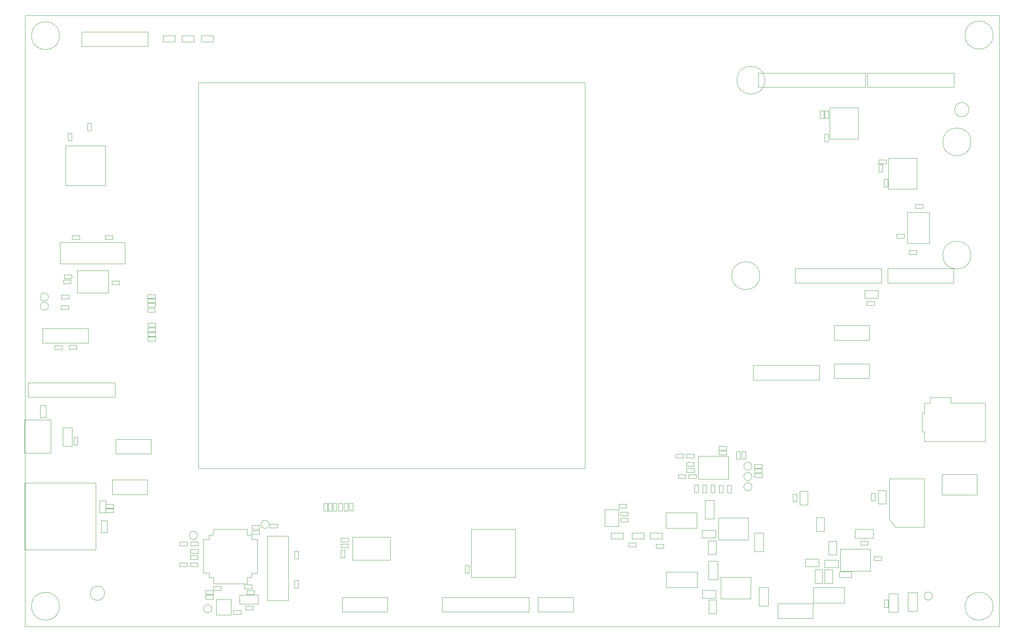
<source format=gbr>
G04 #@! TF.GenerationSoftware,KiCad,Pcbnew,5.1.6-c6e7f7d~87~ubuntu18.04.1*
G04 #@! TF.CreationDate,2020-08-14T22:16:59+05:30*
G04 #@! TF.ProjectId,Aardonyx,41617264-6f6e-4797-982e-6b696361645f,v1.0*
G04 #@! TF.SameCoordinates,Original*
G04 #@! TF.FileFunction,Other,User*
%FSLAX46Y46*%
G04 Gerber Fmt 4.6, Leading zero omitted, Abs format (unit mm)*
G04 Created by KiCad (PCBNEW 5.1.6-c6e7f7d~87~ubuntu18.04.1) date 2020-08-14 22:16:59*
%MOMM*%
%LPD*%
G01*
G04 APERTURE LIST*
G04 #@! TA.AperFunction,Profile*
%ADD10C,0.100000*%
G04 #@! TD*
%ADD11C,0.050000*%
G04 APERTURE END LIST*
D10*
X43561000Y-162560000D02*
X43561000Y-11684000D01*
X283824680Y-162562540D02*
X43561000Y-162557460D01*
X283824680Y-11684000D02*
X283824680Y-162560000D01*
X43561000Y-11684000D02*
X283824680Y-11684000D01*
D11*
X282275000Y-16564000D02*
G75*
G03*
X282275000Y-16564000I-3450000J0D01*
G01*
X47225200Y-107968600D02*
X48685200Y-107968600D01*
X48685200Y-107968600D02*
X48685200Y-110928600D01*
X48685200Y-110928600D02*
X47225200Y-110928600D01*
X47225200Y-110928600D02*
X47225200Y-107968600D01*
X133590000Y-146180000D02*
X133590000Y-140460000D01*
X133590000Y-140460000D02*
X124290000Y-140460000D01*
X124290000Y-140460000D02*
X124290000Y-146180000D01*
X124290000Y-146180000D02*
X133590000Y-146180000D01*
X269646400Y-124968000D02*
X278297640Y-124968000D01*
X269641320Y-124968000D02*
X269634600Y-130037840D01*
X278299600Y-130048000D02*
X278297640Y-124968000D01*
X278299600Y-130048000D02*
X269634600Y-130048000D01*
X181584200Y-123570600D02*
X181584200Y-28270600D01*
X86284200Y-123570600D02*
X86284200Y-28270600D01*
X181584200Y-123570600D02*
X86284200Y-123570600D01*
X181584200Y-28270600D02*
X86284200Y-28270600D01*
X265235000Y-126055000D02*
X265235000Y-138055000D01*
X256735000Y-126055000D02*
X265235000Y-126055000D01*
X256735000Y-136055000D02*
X256735000Y-126055000D01*
X258165000Y-138065000D02*
X265235000Y-138055000D01*
X256735000Y-136055000D02*
X258165000Y-138065000D01*
X121745600Y-158949800D02*
X132945600Y-158949800D01*
X132945600Y-158949800D02*
X132945600Y-155349800D01*
X132945600Y-155349800D02*
X121745600Y-155349800D01*
X121745600Y-155349800D02*
X121745600Y-158949800D01*
X265382000Y-107371000D02*
X266782000Y-107371000D01*
X266782000Y-107371000D02*
X266782000Y-106021000D01*
X266782000Y-106021000D02*
X271882000Y-106021000D01*
X271882000Y-106021000D02*
X271882000Y-107371000D01*
X271882000Y-107371000D02*
X280332000Y-107371000D01*
X280332000Y-107371000D02*
X280332000Y-116871000D01*
X280332000Y-116871000D02*
X265382000Y-116871000D01*
X265382000Y-116871000D02*
X265382000Y-114471000D01*
X265382000Y-109871000D02*
X265382000Y-107371000D01*
X265382000Y-109871000D02*
X264782000Y-109871000D01*
X264782000Y-109871000D02*
X264782000Y-114471000D01*
X264782000Y-114471000D02*
X265382000Y-114471000D01*
X224732600Y-75947200D02*
G75*
G03*
X224732600Y-75947200I-3450000J0D01*
G01*
X253025000Y-82308600D02*
X253025000Y-83248600D01*
X253025000Y-83248600D02*
X251165000Y-83248600D01*
X251165000Y-83248600D02*
X251165000Y-82308600D01*
X251165000Y-82308600D02*
X253025000Y-82308600D01*
X253950500Y-79568000D02*
X253950500Y-81468000D01*
X253950500Y-81468000D02*
X250590500Y-81468000D01*
X250590500Y-81468000D02*
X250590500Y-79568000D01*
X250590500Y-79568000D02*
X253950500Y-79568000D01*
X221919200Y-141130800D02*
X221919200Y-135730800D01*
X221919200Y-135730800D02*
X214519200Y-135730800D01*
X214519200Y-135730800D02*
X214519200Y-141130800D01*
X214519200Y-141130800D02*
X221919200Y-141130800D01*
X222539000Y-155758200D02*
X222539000Y-150358200D01*
X222539000Y-150358200D02*
X215139000Y-150358200D01*
X215139000Y-150358200D02*
X215139000Y-155758200D01*
X215139000Y-155758200D02*
X222539000Y-155758200D01*
X241988800Y-42205200D02*
X248988800Y-42205200D01*
X248988800Y-42205200D02*
X248988800Y-34505200D01*
X248988800Y-34505200D02*
X241988800Y-34505200D01*
X241988800Y-34505200D02*
X241988800Y-42205200D01*
X256452400Y-54582700D02*
X263452400Y-54582700D01*
X263452400Y-54582700D02*
X263452400Y-46882700D01*
X263452400Y-46882700D02*
X256452400Y-46882700D01*
X256452400Y-46882700D02*
X256452400Y-54582700D01*
X261079000Y-68019000D02*
X266579000Y-68019000D01*
X266579000Y-68019000D02*
X266579000Y-60319000D01*
X266579000Y-60319000D02*
X261079000Y-60319000D01*
X261079000Y-60319000D02*
X261079000Y-68019000D01*
X244573800Y-143426200D02*
X244573800Y-148826200D01*
X244573800Y-148826200D02*
X251973800Y-148826200D01*
X251973800Y-148826200D02*
X251973800Y-143426200D01*
X251973800Y-143426200D02*
X244573800Y-143426200D01*
X56398800Y-74720000D02*
X56398800Y-80220000D01*
X56398800Y-80220000D02*
X64098800Y-80220000D01*
X64098800Y-80220000D02*
X64098800Y-74720000D01*
X64098800Y-74720000D02*
X56398800Y-74720000D01*
X63309800Y-53717800D02*
X63309800Y-43867800D01*
X63309800Y-43867800D02*
X53509800Y-43867800D01*
X53509800Y-43867800D02*
X53509800Y-53717800D01*
X53509800Y-53717800D02*
X63309800Y-53717800D01*
X54119800Y-40735800D02*
X55059800Y-40735800D01*
X55059800Y-40735800D02*
X55059800Y-42595800D01*
X55059800Y-42595800D02*
X54119800Y-42595800D01*
X54119800Y-42595800D02*
X54119800Y-40735800D01*
X118130000Y-134070000D02*
X117190000Y-134070000D01*
X117190000Y-134070000D02*
X117190000Y-132210000D01*
X117190000Y-132210000D02*
X118130000Y-132210000D01*
X118130000Y-132210000D02*
X118130000Y-134070000D01*
X123130000Y-134050000D02*
X122190000Y-134050000D01*
X122190000Y-134050000D02*
X122190000Y-132190000D01*
X122190000Y-132190000D02*
X123130000Y-132190000D01*
X123130000Y-132190000D02*
X123130000Y-134050000D01*
X119230000Y-134050000D02*
X118290000Y-134050000D01*
X118290000Y-134050000D02*
X118290000Y-132190000D01*
X118290000Y-132190000D02*
X119230000Y-132190000D01*
X119230000Y-132190000D02*
X119230000Y-134050000D01*
X121740000Y-134070000D02*
X120800000Y-134070000D01*
X120800000Y-134070000D02*
X120800000Y-132210000D01*
X120800000Y-132210000D02*
X121740000Y-132210000D01*
X121740000Y-132210000D02*
X121740000Y-134070000D01*
X124370000Y-133995000D02*
X123430000Y-133995000D01*
X123430000Y-133995000D02*
X123430000Y-132135000D01*
X123430000Y-132135000D02*
X124370000Y-132135000D01*
X124370000Y-132135000D02*
X124370000Y-133995000D01*
X120420000Y-134080000D02*
X119480000Y-134080000D01*
X119480000Y-134080000D02*
X119480000Y-132220000D01*
X119480000Y-132220000D02*
X120420000Y-132220000D01*
X120420000Y-132220000D02*
X120420000Y-134080000D01*
X75582000Y-82731000D02*
X75582000Y-83671000D01*
X75582000Y-83671000D02*
X73722000Y-83671000D01*
X73722000Y-83671000D02*
X73722000Y-82731000D01*
X73722000Y-82731000D02*
X75582000Y-82731000D01*
X75572000Y-84011000D02*
X75572000Y-84951000D01*
X75572000Y-84951000D02*
X73712000Y-84951000D01*
X73712000Y-84951000D02*
X73712000Y-84011000D01*
X73712000Y-84011000D02*
X75572000Y-84011000D01*
X75622000Y-80621000D02*
X75622000Y-81561000D01*
X75622000Y-81561000D02*
X73762000Y-81561000D01*
X73762000Y-81561000D02*
X73762000Y-80621000D01*
X73762000Y-80621000D02*
X75622000Y-80621000D01*
X75582000Y-81641000D02*
X75582000Y-82581000D01*
X75582000Y-82581000D02*
X73722000Y-82581000D01*
X73722000Y-82581000D02*
X73722000Y-81641000D01*
X73722000Y-81641000D02*
X75582000Y-81641000D01*
X75699000Y-87660000D02*
X75699000Y-88600000D01*
X75699000Y-88600000D02*
X73839000Y-88600000D01*
X73839000Y-88600000D02*
X73839000Y-87660000D01*
X73839000Y-87660000D02*
X75699000Y-87660000D01*
X75644000Y-88810000D02*
X75644000Y-89750000D01*
X75644000Y-89750000D02*
X73784000Y-89750000D01*
X73784000Y-89750000D02*
X73784000Y-88810000D01*
X73784000Y-88810000D02*
X75644000Y-88810000D01*
X75720000Y-91070000D02*
X75720000Y-92010000D01*
X75720000Y-92010000D02*
X73860000Y-92010000D01*
X73860000Y-92010000D02*
X73860000Y-91070000D01*
X73860000Y-91070000D02*
X75720000Y-91070000D01*
X75700000Y-89970000D02*
X75700000Y-90910000D01*
X75700000Y-90910000D02*
X73840000Y-90910000D01*
X73840000Y-90910000D02*
X73840000Y-89970000D01*
X73840000Y-89970000D02*
X75700000Y-89970000D01*
X89908600Y-153682600D02*
X89908600Y-154622600D01*
X89908600Y-154622600D02*
X88048600Y-154622600D01*
X88048600Y-154622600D02*
X88048600Y-153682600D01*
X88048600Y-153682600D02*
X89908600Y-153682600D01*
X88071600Y-155765600D02*
X88071600Y-154825600D01*
X88071600Y-154825600D02*
X89931600Y-154825600D01*
X89931600Y-154825600D02*
X89931600Y-155765600D01*
X89931600Y-155765600D02*
X88071600Y-155765600D01*
X99501600Y-139789000D02*
X99501600Y-138849000D01*
X99501600Y-138849000D02*
X101361600Y-138849000D01*
X101361600Y-138849000D02*
X101361600Y-139789000D01*
X101361600Y-139789000D02*
X99501600Y-139789000D01*
X59880600Y-40122200D02*
X58940600Y-40122200D01*
X58940600Y-40122200D02*
X58940600Y-38262200D01*
X58940600Y-38262200D02*
X59880600Y-38262200D01*
X59880600Y-38262200D02*
X59880600Y-40122200D01*
X65276800Y-133455800D02*
X65276800Y-134395800D01*
X65276800Y-134395800D02*
X63416800Y-134395800D01*
X63416800Y-134395800D02*
X63416800Y-133455800D01*
X63416800Y-133455800D02*
X65276800Y-133455800D01*
X65303800Y-132467800D02*
X65303800Y-133407800D01*
X65303800Y-133407800D02*
X63443800Y-133407800D01*
X63443800Y-133407800D02*
X63443800Y-132467800D01*
X63443800Y-132467800D02*
X65303800Y-132467800D01*
X241632600Y-37083000D02*
X240692600Y-37083000D01*
X240692600Y-37083000D02*
X240692600Y-35223000D01*
X240692600Y-35223000D02*
X241632600Y-35223000D01*
X241632600Y-35223000D02*
X241632600Y-37083000D01*
X200978000Y-142278000D02*
X200978000Y-143218000D01*
X200978000Y-143218000D02*
X199118000Y-143218000D01*
X199118000Y-143218000D02*
X199118000Y-142278000D01*
X199118000Y-142278000D02*
X200978000Y-142278000D01*
X240218000Y-151872500D02*
X238318000Y-151872500D01*
X238318000Y-151872500D02*
X238318000Y-148512500D01*
X238318000Y-148512500D02*
X240218000Y-148512500D01*
X240218000Y-148512500D02*
X240218000Y-151872500D01*
X239297000Y-145862000D02*
X239297000Y-147762000D01*
X239297000Y-147762000D02*
X235937000Y-147762000D01*
X235937000Y-147762000D02*
X235937000Y-145862000D01*
X235937000Y-145862000D02*
X239297000Y-145862000D01*
X52419600Y-84239200D02*
X52419600Y-83299200D01*
X52419600Y-83299200D02*
X54279600Y-83299200D01*
X54279600Y-83299200D02*
X54279600Y-84239200D01*
X54279600Y-84239200D02*
X52419600Y-84239200D01*
X52470400Y-81648000D02*
X52470400Y-80708000D01*
X52470400Y-80708000D02*
X54330400Y-80708000D01*
X54330400Y-80708000D02*
X54330400Y-81648000D01*
X54330400Y-81648000D02*
X52470400Y-81648000D01*
X66794600Y-77203200D02*
X66794600Y-78143200D01*
X66794600Y-78143200D02*
X64934600Y-78143200D01*
X64934600Y-78143200D02*
X64934600Y-77203200D01*
X64934600Y-77203200D02*
X66794600Y-77203200D01*
X52968800Y-77940000D02*
X52968800Y-77000000D01*
X52968800Y-77000000D02*
X54828800Y-77000000D01*
X54828800Y-77000000D02*
X54828800Y-77940000D01*
X54828800Y-77940000D02*
X52968800Y-77940000D01*
X56200400Y-93103600D02*
X56200400Y-94043600D01*
X56200400Y-94043600D02*
X54340400Y-94043600D01*
X54340400Y-94043600D02*
X54340400Y-93103600D01*
X54340400Y-93103600D02*
X56200400Y-93103600D01*
X50784400Y-94145200D02*
X50784400Y-93205200D01*
X50784400Y-93205200D02*
X52644400Y-93205200D01*
X52644400Y-93205200D02*
X52644400Y-94145200D01*
X52644400Y-94145200D02*
X50784400Y-94145200D01*
X83454600Y-146799200D02*
X83454600Y-147739200D01*
X83454600Y-147739200D02*
X81594600Y-147739200D01*
X81594600Y-147739200D02*
X81594600Y-146799200D01*
X81594600Y-146799200D02*
X83454600Y-146799200D01*
X86121600Y-146813600D02*
X86121600Y-147753600D01*
X86121600Y-147753600D02*
X84261600Y-147753600D01*
X84261600Y-147753600D02*
X84261600Y-146813600D01*
X84261600Y-146813600D02*
X86121600Y-146813600D01*
X83476600Y-141653600D02*
X83476600Y-142593600D01*
X83476600Y-142593600D02*
X81616600Y-142593600D01*
X81616600Y-142593600D02*
X81616600Y-141653600D01*
X81616600Y-141653600D02*
X83476600Y-141653600D01*
X86196600Y-141653600D02*
X86196600Y-142593600D01*
X86196600Y-142593600D02*
X84336600Y-142593600D01*
X84336600Y-142593600D02*
X84336600Y-141653600D01*
X84336600Y-141653600D02*
X86196600Y-141653600D01*
X86136600Y-145043600D02*
X86136600Y-145983600D01*
X86136600Y-145983600D02*
X84276600Y-145983600D01*
X84276600Y-145983600D02*
X84276600Y-145043600D01*
X84276600Y-145043600D02*
X86136600Y-145043600D01*
X86196600Y-143513600D02*
X86196600Y-144453600D01*
X86196600Y-144453600D02*
X84336600Y-144453600D01*
X84336600Y-144453600D02*
X84336600Y-143513600D01*
X84336600Y-143513600D02*
X86196600Y-143513600D01*
X99501600Y-138519000D02*
X99501600Y-137579000D01*
X99501600Y-137579000D02*
X101361600Y-137579000D01*
X101361600Y-137579000D02*
X101361600Y-138519000D01*
X101361600Y-138519000D02*
X99501600Y-138519000D01*
X189914000Y-133713000D02*
X189914000Y-137813000D01*
X189914000Y-133713000D02*
X186514000Y-133713000D01*
X186514000Y-137813000D02*
X189914000Y-137813000D01*
X186514000Y-137813000D02*
X186514000Y-133713000D01*
X192242800Y-135851800D02*
X192242800Y-136791800D01*
X192242800Y-136791800D02*
X190382800Y-136791800D01*
X190382800Y-136791800D02*
X190382800Y-135851800D01*
X190382800Y-135851800D02*
X192242800Y-135851800D01*
X212029000Y-141400500D02*
X213929000Y-141400500D01*
X213929000Y-141400500D02*
X213929000Y-144760500D01*
X213929000Y-144760500D02*
X212029000Y-144760500D01*
X212029000Y-144760500D02*
X212029000Y-141400500D01*
X210488500Y-140650000D02*
X210488500Y-138750000D01*
X210488500Y-138750000D02*
X213848500Y-138750000D01*
X213848500Y-138750000D02*
X213848500Y-140650000D01*
X213848500Y-140650000D02*
X210488500Y-140650000D01*
X192364000Y-142837000D02*
X192364000Y-141897000D01*
X192364000Y-141897000D02*
X194224000Y-141897000D01*
X194224000Y-141897000D02*
X194224000Y-142837000D01*
X194224000Y-142837000D02*
X192364000Y-142837000D01*
X212156000Y-155975500D02*
X214056000Y-155975500D01*
X214056000Y-155975500D02*
X214056000Y-159335500D01*
X214056000Y-159335500D02*
X212156000Y-159335500D01*
X212156000Y-159335500D02*
X212156000Y-155975500D01*
X210537000Y-155509000D02*
X210537000Y-153609000D01*
X210537000Y-153609000D02*
X213897000Y-153609000D01*
X213897000Y-153609000D02*
X213897000Y-155509000D01*
X213897000Y-155509000D02*
X210537000Y-155509000D01*
X238699000Y-135685500D02*
X240599000Y-135685500D01*
X240599000Y-135685500D02*
X240599000Y-139045500D01*
X240599000Y-139045500D02*
X238699000Y-139045500D01*
X238699000Y-139045500D02*
X238699000Y-135685500D01*
X201610800Y-138318000D02*
X201610800Y-134478000D01*
X201610800Y-134478000D02*
X209250800Y-134478000D01*
X209250800Y-134478000D02*
X209250800Y-138318000D01*
X209250800Y-138318000D02*
X201610800Y-138318000D01*
X201645000Y-152923000D02*
X201645000Y-149083000D01*
X201645000Y-149083000D02*
X209285000Y-149083000D01*
X209285000Y-149083000D02*
X209285000Y-152923000D01*
X209285000Y-152923000D02*
X201645000Y-152923000D01*
X243106800Y-101317200D02*
X251756800Y-101317200D01*
X251756800Y-101317200D02*
X251756800Y-97717200D01*
X251756800Y-97717200D02*
X243106800Y-97717200D01*
X243106800Y-97717200D02*
X243106800Y-101317200D01*
X65002000Y-129968400D02*
X73652000Y-129968400D01*
X73652000Y-129968400D02*
X73652000Y-126368400D01*
X73652000Y-126368400D02*
X65002000Y-126368400D01*
X65002000Y-126368400D02*
X65002000Y-129968400D01*
X49844600Y-111490800D02*
X49844600Y-119760800D01*
X49844600Y-111490800D02*
X43384600Y-111490800D01*
X43384600Y-119760800D02*
X49844600Y-119760800D01*
X43384600Y-119760800D02*
X43384600Y-111490800D01*
X272614000Y-25884000D02*
X272614000Y-29434000D01*
X272614000Y-29434000D02*
X251264000Y-29434000D01*
X251264000Y-29434000D02*
X251264000Y-25884000D01*
X251264000Y-25884000D02*
X272614000Y-25884000D01*
X250770000Y-25884000D02*
X250770000Y-29434000D01*
X250770000Y-29434000D02*
X224370000Y-29434000D01*
X224370000Y-29434000D02*
X224370000Y-25884000D01*
X224370000Y-25884000D02*
X250770000Y-25884000D01*
X256312600Y-77747200D02*
X256312600Y-74197200D01*
X256312600Y-74197200D02*
X272562600Y-74197200D01*
X272562600Y-74197200D02*
X272562600Y-77747200D01*
X272562600Y-77747200D02*
X256312600Y-77747200D01*
X233452600Y-77747200D02*
X233452600Y-74197200D01*
X233452600Y-74197200D02*
X254802600Y-74197200D01*
X254802600Y-74197200D02*
X254802600Y-77747200D01*
X254802600Y-77747200D02*
X233452600Y-77747200D01*
X243081400Y-91843000D02*
X251731400Y-91843000D01*
X251731400Y-91843000D02*
X251731400Y-88243000D01*
X251731400Y-88243000D02*
X243081400Y-88243000D01*
X243081400Y-88243000D02*
X243081400Y-91843000D01*
X146434400Y-158949800D02*
X167784400Y-158949800D01*
X167784400Y-158949800D02*
X167784400Y-155349800D01*
X167784400Y-155349800D02*
X146434400Y-155349800D01*
X146434400Y-155349800D02*
X146434400Y-158949800D01*
X170056400Y-158949800D02*
X178706400Y-158949800D01*
X178706400Y-158949800D02*
X178706400Y-155349800D01*
X178706400Y-155349800D02*
X170056400Y-155349800D01*
X170056400Y-155349800D02*
X170056400Y-158949800D01*
X229162200Y-160524600D02*
X237812200Y-160524600D01*
X237812200Y-160524600D02*
X237812200Y-156924600D01*
X237812200Y-156924600D02*
X229162200Y-156924600D01*
X229162200Y-156924600D02*
X229162200Y-160524600D01*
X47882400Y-92573600D02*
X59082400Y-92573600D01*
X59082400Y-92573600D02*
X59082400Y-88973600D01*
X59082400Y-88973600D02*
X47882400Y-88973600D01*
X47882400Y-88973600D02*
X47882400Y-92573600D01*
X65916400Y-119910000D02*
X74566400Y-119910000D01*
X74566400Y-119910000D02*
X74566400Y-116310000D01*
X74566400Y-116310000D02*
X65916400Y-116310000D01*
X65916400Y-116310000D02*
X65916400Y-119910000D01*
X44329600Y-105960800D02*
X65679600Y-105960800D01*
X65679600Y-105960800D02*
X65679600Y-102360800D01*
X65679600Y-102360800D02*
X44329600Y-102360800D01*
X44329600Y-102360800D02*
X44329600Y-105960800D01*
X103870400Y-138163400D02*
X103870400Y-137223400D01*
X103870400Y-137223400D02*
X105730400Y-137223400D01*
X105730400Y-137223400D02*
X105730400Y-138163400D01*
X105730400Y-138163400D02*
X103870400Y-138163400D01*
X99710600Y-157492600D02*
X99710600Y-158432600D01*
X99710600Y-158432600D02*
X97850600Y-158432600D01*
X97850600Y-158432600D02*
X97850600Y-157492600D01*
X97850600Y-157492600D02*
X99710600Y-157492600D01*
X56489200Y-117683600D02*
X55549200Y-117683600D01*
X55549200Y-117683600D02*
X55549200Y-115823600D01*
X55549200Y-115823600D02*
X56489200Y-115823600D01*
X56489200Y-115823600D02*
X56489200Y-117683600D01*
X80491400Y-16720000D02*
X80491400Y-18180000D01*
X80491400Y-18180000D02*
X77531400Y-18180000D01*
X77531400Y-18180000D02*
X77531400Y-16720000D01*
X77531400Y-16720000D02*
X80491400Y-16720000D01*
X85190400Y-16720000D02*
X85190400Y-18180000D01*
X85190400Y-18180000D02*
X82230400Y-18180000D01*
X82230400Y-18180000D02*
X82230400Y-16720000D01*
X82230400Y-16720000D02*
X85190400Y-16720000D01*
X89889400Y-16720000D02*
X89889400Y-18180000D01*
X89889400Y-18180000D02*
X86929400Y-18180000D01*
X86929400Y-18180000D02*
X86929400Y-16720000D01*
X86929400Y-16720000D02*
X89889400Y-16720000D01*
X188080100Y-140938000D02*
X188080100Y-139478000D01*
X188080100Y-139478000D02*
X191040100Y-139478000D01*
X191040100Y-139478000D02*
X191040100Y-140938000D01*
X191040100Y-140938000D02*
X188080100Y-140938000D01*
X193185500Y-140938000D02*
X193185500Y-139478000D01*
X193185500Y-139478000D02*
X196145500Y-139478000D01*
X196145500Y-139478000D02*
X196145500Y-140938000D01*
X196145500Y-140938000D02*
X193185500Y-140938000D01*
X197681500Y-140938000D02*
X197681500Y-139478000D01*
X197681500Y-139478000D02*
X200641500Y-139478000D01*
X200641500Y-139478000D02*
X200641500Y-140938000D01*
X200641500Y-140938000D02*
X197681500Y-140938000D01*
X62297800Y-136391800D02*
X63757800Y-136391800D01*
X63757800Y-136391800D02*
X63757800Y-139351800D01*
X63757800Y-139351800D02*
X62297800Y-139351800D01*
X62297800Y-139351800D02*
X62297800Y-136391800D01*
X63387800Y-134441300D02*
X61927800Y-134441300D01*
X61927800Y-134441300D02*
X61927800Y-131481300D01*
X61927800Y-131481300D02*
X63387800Y-131481300D01*
X63387800Y-131481300D02*
X63387800Y-134441300D01*
X94929600Y-159524800D02*
X94929600Y-158584800D01*
X94929600Y-158584800D02*
X96789600Y-158584800D01*
X96789600Y-158584800D02*
X96789600Y-159524800D01*
X96789600Y-159524800D02*
X94929600Y-159524800D01*
X213464000Y-136008000D02*
X211224000Y-136008000D01*
X211224000Y-136008000D02*
X211224000Y-131448000D01*
X211224000Y-131448000D02*
X213464000Y-131448000D01*
X213464000Y-131448000D02*
X213464000Y-136008000D01*
X223416000Y-139455000D02*
X225656000Y-139455000D01*
X225656000Y-139455000D02*
X225656000Y-144015000D01*
X225656000Y-144015000D02*
X223416000Y-144015000D01*
X223416000Y-144015000D02*
X223416000Y-139455000D01*
X214353000Y-151000000D02*
X212113000Y-151000000D01*
X212113000Y-151000000D02*
X212113000Y-146440000D01*
X212113000Y-146440000D02*
X214353000Y-146440000D01*
X214353000Y-146440000D02*
X214353000Y-151000000D01*
X224559000Y-152917000D02*
X226799000Y-152917000D01*
X226799000Y-152917000D02*
X226799000Y-157477000D01*
X226799000Y-157477000D02*
X224559000Y-157477000D01*
X224559000Y-157477000D02*
X224559000Y-152917000D01*
X240516600Y-37140400D02*
X239576600Y-37140400D01*
X239576600Y-37140400D02*
X239576600Y-35280400D01*
X239576600Y-35280400D02*
X240516600Y-35280400D01*
X240516600Y-35280400D02*
X240516600Y-37140400D01*
X241640800Y-42841200D02*
X240700800Y-42841200D01*
X240700800Y-42841200D02*
X240700800Y-40981200D01*
X240700800Y-40981200D02*
X241640800Y-40981200D01*
X241640800Y-40981200D02*
X241640800Y-42841200D01*
X254061200Y-48448800D02*
X255001200Y-48448800D01*
X255001200Y-48448800D02*
X255001200Y-50308800D01*
X255001200Y-50308800D02*
X254061200Y-50308800D01*
X254061200Y-50308800D02*
X254061200Y-48448800D01*
X255356600Y-52182600D02*
X256296600Y-52182600D01*
X256296600Y-52182600D02*
X256296600Y-54042600D01*
X256296600Y-54042600D02*
X255356600Y-54042600D01*
X255356600Y-54042600D02*
X255356600Y-52182600D01*
X263099000Y-59264000D02*
X263099000Y-58324000D01*
X263099000Y-58324000D02*
X264959000Y-58324000D01*
X264959000Y-58324000D02*
X264959000Y-59264000D01*
X264959000Y-59264000D02*
X263099000Y-59264000D01*
X261526000Y-70676800D02*
X261526000Y-69736800D01*
X261526000Y-69736800D02*
X263386000Y-69736800D01*
X263386000Y-69736800D02*
X263386000Y-70676800D01*
X263386000Y-70676800D02*
X261526000Y-70676800D01*
X122370000Y-145540000D02*
X121430000Y-145540000D01*
X121430000Y-145540000D02*
X121430000Y-143680000D01*
X121430000Y-143680000D02*
X122370000Y-143680000D01*
X122370000Y-143680000D02*
X122370000Y-145540000D01*
X255435000Y-155938000D02*
X256375000Y-155938000D01*
X256375000Y-155938000D02*
X256375000Y-157798000D01*
X256375000Y-157798000D02*
X255435000Y-157798000D01*
X255435000Y-157798000D02*
X255435000Y-155938000D01*
X261312800Y-154181000D02*
X263552800Y-154181000D01*
X263552800Y-154181000D02*
X263552800Y-158741000D01*
X263552800Y-158741000D02*
X261312800Y-158741000D01*
X261312800Y-158741000D02*
X261312800Y-154181000D01*
X233896000Y-131717000D02*
X232956000Y-131717000D01*
X232956000Y-131717000D02*
X232956000Y-129857000D01*
X232956000Y-129857000D02*
X233896000Y-129857000D01*
X233896000Y-129857000D02*
X233896000Y-131717000D01*
X256563000Y-154435000D02*
X258803000Y-154435000D01*
X258803000Y-154435000D02*
X258803000Y-158995000D01*
X258803000Y-158995000D02*
X256563000Y-158995000D01*
X256563000Y-158995000D02*
X256563000Y-154435000D01*
X236535000Y-132490000D02*
X234635000Y-132490000D01*
X234635000Y-132490000D02*
X234635000Y-129130000D01*
X234635000Y-129130000D02*
X236535000Y-129130000D01*
X236535000Y-129130000D02*
X236535000Y-132490000D01*
X242631000Y-151872500D02*
X240731000Y-151872500D01*
X240731000Y-151872500D02*
X240731000Y-148512500D01*
X240731000Y-148512500D02*
X242631000Y-148512500D01*
X242631000Y-148512500D02*
X242631000Y-151872500D01*
X252866800Y-146215200D02*
X252866800Y-145275200D01*
X252866800Y-145275200D02*
X254726800Y-145275200D01*
X254726800Y-145275200D02*
X254726800Y-146215200D01*
X254726800Y-146215200D02*
X252866800Y-146215200D01*
X253200000Y-131463000D02*
X252260000Y-131463000D01*
X252260000Y-131463000D02*
X252260000Y-129603000D01*
X252260000Y-129603000D02*
X253200000Y-129603000D01*
X253200000Y-129603000D02*
X253200000Y-131463000D01*
X255839000Y-132284500D02*
X253939000Y-132284500D01*
X253939000Y-132284500D02*
X253939000Y-128924500D01*
X253939000Y-128924500D02*
X255839000Y-128924500D01*
X255839000Y-128924500D02*
X255839000Y-132284500D01*
X244392000Y-150463000D02*
X244392000Y-149003000D01*
X244392000Y-149003000D02*
X247352000Y-149003000D01*
X247352000Y-149003000D02*
X247352000Y-150463000D01*
X247352000Y-150463000D02*
X244392000Y-150463000D01*
X244074500Y-146116000D02*
X244074500Y-148016000D01*
X244074500Y-148016000D02*
X240714500Y-148016000D01*
X240714500Y-148016000D02*
X240714500Y-146116000D01*
X240714500Y-146116000D02*
X244074500Y-146116000D01*
X251424800Y-141465200D02*
X251424800Y-142405200D01*
X251424800Y-142405200D02*
X249564800Y-142405200D01*
X249564800Y-142405200D02*
X249564800Y-141465200D01*
X249564800Y-141465200D02*
X251424800Y-141465200D01*
X252774800Y-138529200D02*
X252774800Y-140769200D01*
X252774800Y-140769200D02*
X248214800Y-140769200D01*
X248214800Y-140769200D02*
X248214800Y-138529200D01*
X248214800Y-138529200D02*
X252774800Y-138529200D01*
X97619600Y-153225600D02*
X97619600Y-152285600D01*
X97619600Y-152285600D02*
X99479600Y-152285600D01*
X99479600Y-152285600D02*
X99479600Y-153225600D01*
X99479600Y-153225600D02*
X97619600Y-153225600D01*
X100068600Y-153682600D02*
X100068600Y-154622600D01*
X100068600Y-154622600D02*
X98208600Y-154622600D01*
X98208600Y-154622600D02*
X98208600Y-153682600D01*
X98208600Y-153682600D02*
X100068600Y-153682600D01*
X101009800Y-154785200D02*
X101009800Y-157025200D01*
X101009800Y-157025200D02*
X96449800Y-157025200D01*
X96449800Y-157025200D02*
X96449800Y-154785200D01*
X96449800Y-154785200D02*
X101009800Y-154785200D01*
X109994600Y-143951600D02*
X110934600Y-143951600D01*
X110934600Y-143951600D02*
X110934600Y-145811600D01*
X110934600Y-145811600D02*
X109994600Y-145811600D01*
X109994600Y-145811600D02*
X109994600Y-143951600D01*
X110934600Y-153027600D02*
X109994600Y-153027600D01*
X109994600Y-153027600D02*
X109994600Y-151167600D01*
X109994600Y-151167600D02*
X110934600Y-151167600D01*
X110934600Y-151167600D02*
X110934600Y-153027600D01*
X55117200Y-118016600D02*
X52877200Y-118016600D01*
X52877200Y-118016600D02*
X52877200Y-113456600D01*
X52877200Y-113456600D02*
X55117200Y-113456600D01*
X55117200Y-113456600D02*
X55117200Y-118016600D01*
X52198000Y-72958000D02*
X68198000Y-72958000D01*
X52198000Y-67758000D02*
X52198000Y-72958000D01*
X68198000Y-67758000D02*
X52198000Y-67758000D01*
X68198000Y-72958000D02*
X68198000Y-67758000D01*
X276330200Y-34964600D02*
G75*
G03*
X276330200Y-34964600I-1750000J0D01*
G01*
X63152000Y-154354000D02*
G75*
G03*
X63152000Y-154354000I-1750000J0D01*
G01*
X276804000Y-42924000D02*
G75*
G03*
X276804000Y-42924000I-3450000J0D01*
G01*
X276802600Y-70867200D02*
G75*
G03*
X276802600Y-70867200I-3450000J0D01*
G01*
X52010000Y-16684000D02*
G75*
G03*
X52010000Y-16684000I-3450000J0D01*
G01*
X282274600Y-157560000D02*
G75*
G03*
X282274600Y-157560000I-3450000J0D01*
G01*
X52011000Y-157560000D02*
G75*
G03*
X52011000Y-157560000I-3450000J0D01*
G01*
X226004000Y-27684000D02*
G75*
G03*
X226004000Y-27684000I-3450000J0D01*
G01*
X216525200Y-119189400D02*
X216525200Y-120129400D01*
X216525200Y-120129400D02*
X214665200Y-120129400D01*
X214665200Y-120129400D02*
X214665200Y-119189400D01*
X214665200Y-119189400D02*
X216525200Y-119189400D01*
X216522800Y-118046400D02*
X216522800Y-118986400D01*
X216522800Y-118986400D02*
X214662800Y-118986400D01*
X214662800Y-118986400D02*
X214662800Y-118046400D01*
X214662800Y-118046400D02*
X216522800Y-118046400D01*
X153022400Y-149367600D02*
X152082400Y-149367600D01*
X152082400Y-149367600D02*
X152082400Y-147507600D01*
X152082400Y-147507600D02*
X153022400Y-147507600D01*
X153022400Y-147507600D02*
X153022400Y-149367600D01*
X121434200Y-141646200D02*
X121434200Y-140706200D01*
X121434200Y-140706200D02*
X123294200Y-140706200D01*
X123294200Y-140706200D02*
X123294200Y-141646200D01*
X123294200Y-141646200D02*
X121434200Y-141646200D01*
X121421800Y-143116400D02*
X121421800Y-142176400D01*
X121421800Y-142176400D02*
X123281800Y-142176400D01*
X123281800Y-142176400D02*
X123281800Y-143116400D01*
X123281800Y-143116400D02*
X121421800Y-143116400D01*
X260386400Y-65749000D02*
X260386400Y-66689000D01*
X260386400Y-66689000D02*
X258526400Y-66689000D01*
X258526400Y-66689000D02*
X258526400Y-65749000D01*
X258526400Y-65749000D02*
X260386400Y-65749000D01*
X208622800Y-127644800D02*
X209562800Y-127644800D01*
X209562800Y-127644800D02*
X209562800Y-129504800D01*
X209562800Y-129504800D02*
X208622800Y-129504800D01*
X208622800Y-129504800D02*
X208622800Y-127644800D01*
X210654800Y-127621800D02*
X211594800Y-127621800D01*
X211594800Y-127621800D02*
X211594800Y-129481800D01*
X211594800Y-129481800D02*
X210654800Y-129481800D01*
X210654800Y-129481800D02*
X210654800Y-127621800D01*
X212686800Y-127644800D02*
X213626800Y-127644800D01*
X213626800Y-127644800D02*
X213626800Y-129504800D01*
X213626800Y-129504800D02*
X212686800Y-129504800D01*
X212686800Y-129504800D02*
X212686800Y-127644800D01*
X214718800Y-127667800D02*
X215658800Y-127667800D01*
X215658800Y-127667800D02*
X215658800Y-129527800D01*
X215658800Y-129527800D02*
X214718800Y-129527800D01*
X214718800Y-129527800D02*
X214718800Y-127667800D01*
X216750800Y-127667800D02*
X217690800Y-127667800D01*
X217690800Y-127667800D02*
X217690800Y-129527800D01*
X217690800Y-129527800D02*
X216750800Y-129527800D01*
X216750800Y-129527800D02*
X216750800Y-127667800D01*
X204075800Y-120916800D02*
X204075800Y-119976800D01*
X204075800Y-119976800D02*
X205935800Y-119976800D01*
X205935800Y-119976800D02*
X205935800Y-120916800D01*
X205935800Y-120916800D02*
X204075800Y-120916800D01*
X206661800Y-120916800D02*
X206661800Y-119976800D01*
X206661800Y-119976800D02*
X208521800Y-119976800D01*
X208521800Y-119976800D02*
X208521800Y-120916800D01*
X208521800Y-120916800D02*
X206661800Y-120916800D01*
X206661800Y-124472800D02*
X206661800Y-123532800D01*
X206661800Y-123532800D02*
X208521800Y-123532800D01*
X208521800Y-123532800D02*
X208521800Y-124472800D01*
X208521800Y-124472800D02*
X206661800Y-124472800D01*
X208498800Y-122008800D02*
X208498800Y-122948800D01*
X208498800Y-122948800D02*
X206638800Y-122948800D01*
X206638800Y-122948800D02*
X206638800Y-122008800D01*
X206638800Y-122008800D02*
X208498800Y-122008800D01*
X204606800Y-125996800D02*
X204606800Y-125056800D01*
X204606800Y-125056800D02*
X206466800Y-125056800D01*
X206466800Y-125056800D02*
X206466800Y-125996800D01*
X206466800Y-125996800D02*
X204606800Y-125996800D01*
X207169800Y-125996800D02*
X207169800Y-125056800D01*
X207169800Y-125056800D02*
X209029800Y-125056800D01*
X209029800Y-125056800D02*
X209029800Y-125996800D01*
X209029800Y-125996800D02*
X207169800Y-125996800D01*
X218935200Y-119389800D02*
X219875200Y-119389800D01*
X219875200Y-119389800D02*
X219875200Y-121249800D01*
X219875200Y-121249800D02*
X218935200Y-121249800D01*
X218935200Y-121249800D02*
X218935200Y-119389800D01*
X220306800Y-119339000D02*
X221246800Y-119339000D01*
X221246800Y-119339000D02*
X221246800Y-121199000D01*
X221246800Y-121199000D02*
X220306800Y-121199000D01*
X220306800Y-121199000D02*
X220306800Y-119339000D01*
X225285800Y-122516800D02*
X225285800Y-123456800D01*
X225285800Y-123456800D02*
X223425800Y-123456800D01*
X223425800Y-123456800D02*
X223425800Y-122516800D01*
X223425800Y-122516800D02*
X225285800Y-122516800D01*
X225288200Y-123609000D02*
X225288200Y-124549000D01*
X225288200Y-124549000D02*
X223428200Y-124549000D01*
X223428200Y-124549000D02*
X223428200Y-123609000D01*
X223428200Y-123609000D02*
X225288200Y-123609000D01*
X225313600Y-124777400D02*
X225313600Y-125717400D01*
X225313600Y-125717400D02*
X223453600Y-125717400D01*
X223453600Y-125717400D02*
X223453600Y-124777400D01*
X223453600Y-124777400D02*
X225313600Y-124777400D01*
X191861800Y-132372000D02*
X191861800Y-133312000D01*
X191861800Y-133312000D02*
X190001800Y-133312000D01*
X190001800Y-133312000D02*
X190001800Y-132372000D01*
X190001800Y-132372000D02*
X191861800Y-132372000D01*
X190382800Y-135217000D02*
X190382800Y-134277000D01*
X190382800Y-134277000D02*
X192242800Y-134277000D01*
X192242800Y-134277000D02*
X192242800Y-135217000D01*
X192242800Y-135217000D02*
X190382800Y-135217000D01*
X237962600Y-156733000D02*
X237962600Y-152893000D01*
X237962600Y-152893000D02*
X245602600Y-152893000D01*
X245602600Y-152893000D02*
X245602600Y-156733000D01*
X245602600Y-156733000D02*
X237962600Y-156733000D01*
X89595200Y-158165800D02*
G75*
G03*
X89595200Y-158165800I-1000000J0D01*
G01*
X86046600Y-140053600D02*
G75*
G03*
X86046600Y-140053600I-1000000J0D01*
G01*
X49269600Y-81178000D02*
G75*
G03*
X49269600Y-81178000I-1000000J0D01*
G01*
X49269600Y-83464400D02*
G75*
G03*
X49269600Y-83464400I-1000000J0D01*
G01*
X267319000Y-155067000D02*
G75*
G03*
X267319000Y-155067000I-1000000J0D01*
G01*
X103717600Y-137337800D02*
G75*
G03*
X103717600Y-137337800I-1000000J0D01*
G01*
X222792800Y-122986800D02*
G75*
G03*
X222792800Y-122986800I-1000000J0D01*
G01*
X222792800Y-125526800D02*
G75*
G03*
X222792800Y-125526800I-1000000J0D01*
G01*
X222792800Y-128066800D02*
G75*
G03*
X222792800Y-128066800I-1000000J0D01*
G01*
X57534400Y-19351400D02*
X73834400Y-19351400D01*
X73834400Y-19351400D02*
X73834400Y-15751400D01*
X73834400Y-15751400D02*
X57534400Y-15751400D01*
X57534400Y-15751400D02*
X57534400Y-19351400D01*
X223117000Y-101672800D02*
X239417000Y-101672800D01*
X239417000Y-101672800D02*
X239417000Y-98072800D01*
X239417000Y-98072800D02*
X223117000Y-98072800D01*
X223117000Y-98072800D02*
X223117000Y-101672800D01*
X153629400Y-150405200D02*
X164429400Y-150405200D01*
X164429400Y-150405200D02*
X164429400Y-138545200D01*
X164429400Y-138545200D02*
X153629400Y-138545200D01*
X153629400Y-138545200D02*
X153629400Y-150405200D01*
X254058400Y-48248600D02*
X254058400Y-47308600D01*
X254058400Y-47308600D02*
X255918400Y-47308600D01*
X255918400Y-47308600D02*
X255918400Y-48248600D01*
X255918400Y-48248600D02*
X254058400Y-48248600D01*
X94142600Y-151953200D02*
X98292600Y-151953200D01*
X98292600Y-151953200D02*
X98292600Y-150503200D01*
X98292600Y-150503200D02*
X99392600Y-150503200D01*
X99392600Y-150503200D02*
X99392600Y-149403200D01*
X99392600Y-149403200D02*
X100842600Y-149403200D01*
X100842600Y-149403200D02*
X100842600Y-145253200D01*
X94142600Y-151953200D02*
X89992600Y-151953200D01*
X89992600Y-151953200D02*
X89992600Y-150503200D01*
X89992600Y-150503200D02*
X88892600Y-150503200D01*
X88892600Y-150503200D02*
X88892600Y-149403200D01*
X88892600Y-149403200D02*
X87442600Y-149403200D01*
X87442600Y-149403200D02*
X87442600Y-145253200D01*
X94142600Y-138553200D02*
X98292600Y-138553200D01*
X98292600Y-138553200D02*
X98292600Y-140003200D01*
X98292600Y-140003200D02*
X99392600Y-140003200D01*
X99392600Y-140003200D02*
X99392600Y-141103200D01*
X99392600Y-141103200D02*
X100842600Y-141103200D01*
X100842600Y-141103200D02*
X100842600Y-145253200D01*
X94142600Y-138553200D02*
X89992600Y-138553200D01*
X89992600Y-138553200D02*
X89992600Y-140003200D01*
X89992600Y-140003200D02*
X88892600Y-140003200D01*
X88892600Y-140003200D02*
X88892600Y-141103200D01*
X88892600Y-141103200D02*
X87442600Y-141103200D01*
X87442600Y-141103200D02*
X87442600Y-145253200D01*
X60953800Y-143621800D02*
X60953800Y-127081800D01*
X60953800Y-127081800D02*
X43453800Y-127081800D01*
X43453800Y-127081800D02*
X43453800Y-143621800D01*
X43453800Y-143621800D02*
X60953800Y-143621800D01*
X91859600Y-152666600D02*
X91859600Y-153606600D01*
X91859600Y-153606600D02*
X89999600Y-153606600D01*
X89999600Y-153606600D02*
X89999600Y-152666600D01*
X89999600Y-152666600D02*
X91859600Y-152666600D01*
X94296600Y-159692600D02*
X94296600Y-155892600D01*
X90696600Y-159692600D02*
X94296600Y-159692600D01*
X90696600Y-155892600D02*
X90696600Y-159692600D01*
X94296600Y-155892600D02*
X90696600Y-155892600D01*
X103292600Y-140183600D02*
X103292600Y-156183600D01*
X108492600Y-140183600D02*
X103292600Y-140183600D01*
X108492600Y-156183600D02*
X108492600Y-140183600D01*
X103292600Y-156183600D02*
X108492600Y-156183600D01*
X243647000Y-144887500D02*
X241747000Y-144887500D01*
X241747000Y-144887500D02*
X241747000Y-141527500D01*
X241747000Y-141527500D02*
X243647000Y-141527500D01*
X243647000Y-141527500D02*
X243647000Y-144887500D01*
X53199800Y-76644600D02*
X53199800Y-75704600D01*
X53199800Y-75704600D02*
X55059800Y-75704600D01*
X55059800Y-75704600D02*
X55059800Y-76644600D01*
X55059800Y-76644600D02*
X53199800Y-76644600D01*
X209571100Y-120530500D02*
X209571100Y-126180500D01*
X216971100Y-120530500D02*
X216971100Y-126180500D01*
X209571100Y-120530500D02*
X216971100Y-120530500D01*
X209571100Y-126180500D02*
X216971100Y-126180500D01*
X55127800Y-66992600D02*
X55127800Y-66052600D01*
X55127800Y-66052600D02*
X56987800Y-66052600D01*
X56987800Y-66052600D02*
X56987800Y-66992600D01*
X56987800Y-66992600D02*
X55127800Y-66992600D01*
X65143600Y-66052600D02*
X65143600Y-66992600D01*
X65143600Y-66992600D02*
X63283600Y-66992600D01*
X63283600Y-66992600D02*
X63283600Y-66052600D01*
X63283600Y-66052600D02*
X65143600Y-66052600D01*
M02*

</source>
